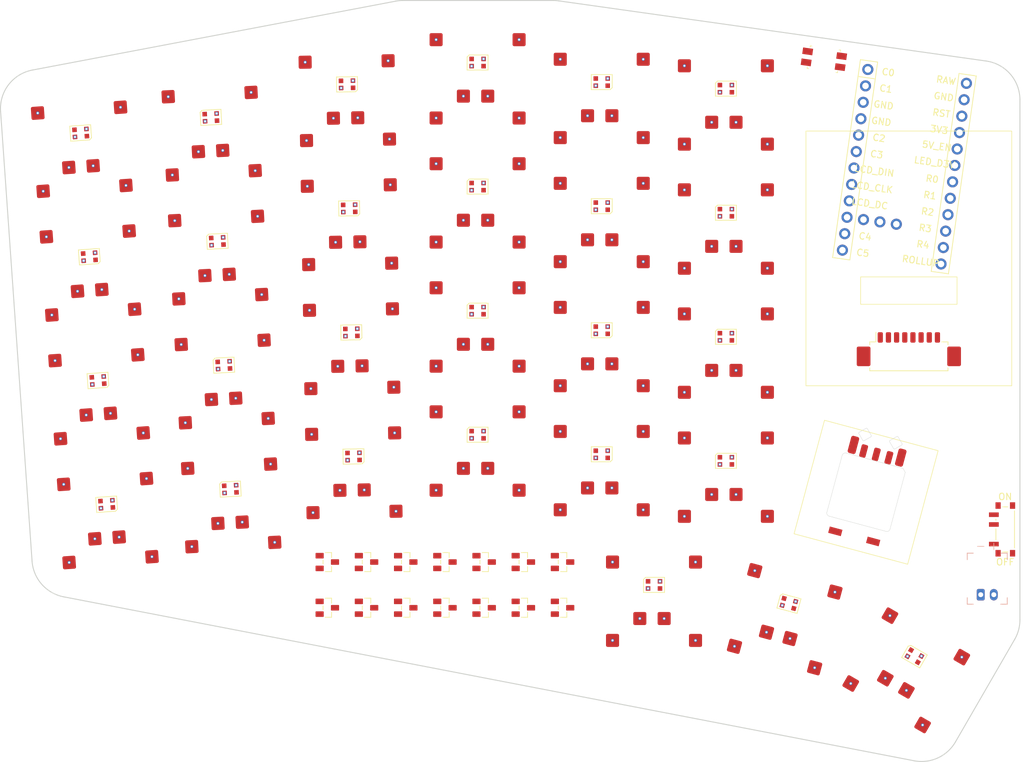
<source format=kicad_pcb>
(kicad_pcb (version 20240108) (generator "ergogen") (generator_version "4.1.0")
  (title_block (title "toomanykeys_left_unrouted") (date "2025-06-08") (rev "0.1") (company "huntercook"))
  (layers (0 "F.Cu" signal) (31 "B.Cu" signal) (34 "B.Paste" user) (35 "F.Paste" user) (36 "B.SilkS" user "B.Silkscreen") (37 "F.SilkS" user "F.Silkscreen") (38 "B.Mask" user) (39 "F.Mask" user) (44 "Edge.Cuts" user))
  (net 0 "")
  (net 1 "RAW")
  (net 2 "GND")
  (net 3 "RST")
  (net 4 "3V3")
  (net 5 "5V_EN")
  (net 6 "LED_D3V")
  (net 7 "R0")
  (net 8 "R1")
  (net 9 "R2")
  (net 10 "R3")
  (net 11 "R4")
  (net 12 "ROLLUP")
  (net 13 "C0")
  (net 14 "C1")
  (net 15 "C2")
  (net 16 "C3")
  (net 17 "LCD_DIN")
  (net 18 "LCD_CLK")
  (net 19 "LCD_DC")
  (net 20 "LCD_BL")
  (net 21 "C4")
  (net 22 "C5")
  (net 23 "LCD_CS")
  (net 24 "LCD_RST")
  (net 25 "ROLLDN")
  (net 26 "MCU1_24")
  (net 27 "MCU1_1")
  (net 28 "MCU1_23")
  (net 29 "MCU1_2")
  (net 30 "MCU1_22")
  (net 31 "MCU1_3")
  (net 32 "MCU1_21")
  (net 33 "MCU1_4")
  (net 34 "MCU1_20")
  (net 35 "MCU1_5")
  (net 36 "MCU1_19")
  (net 37 "MCU1_6")
  (net 38 "MCU1_18")
  (net 39 "MCU1_7")
  (net 40 "MCU1_17")
  (net 41 "MCU1_8")
  (net 42 "MCU1_16")
  (net 43 "MCU1_9")
  (net 44 "MCU1_15")
  (net 45 "MCU1_10")
  (net 46 "MCU1_14")
  (net 47 "MCU1_11")
  (net 48 "MCU1_13")
  (net 49 "MCU1_12")
  (net 50 "outer_bottom")
  (net 51 "outer_home")
  (net 52 "outer_top")
  (net 53 "outer_num")
  (net 54 "pinky_bottom")
  (net 55 "pinky_home")
  (net 56 "pinky_top")
  (net 57 "pinky_num")
  (net 58 "ring_bottom")
  (net 59 "ring_home")
  (net 60 "ring_top")
  (net 61 "ring_num")
  (net 62 "middle_bottom")
  (net 63 "middle_home")
  (net 64 "middle_top")
  (net 65 "middle_num")
  (net 66 "index_bottom")
  (net 67 "index_home")
  (net 68 "index_top")
  (net 69 "index_num")
  (net 70 "inner_bottom")
  (net 71 "inner_home")
  (net 72 "inner_top")
  (net 73 "inner_num")
  (net 74 "near_fan")
  (net 75 "mid_fan")
  (net 76 "far_fan")
  (net 77 "LED_27")
  (net 78 "LED_26")
  (net 79 "5V")
  (net 80 "LED_25")
  (net 81 "LED_24")
  (net 82 "LED_23")
  (net 83 "LED_19")
  (net 84 "LED_18")
  (net 85 "LED_17")
  (net 86 "LED_16")
  (net 87 "LED_15")
  (net 88 "LED_11")
  (net 89 "LED_10")
  (net 90 "LED_9")
  (net 91 "LED_8")
  (net 92 "LED_7")
  (net 93 "LED_20")
  (net 94 "LED_21")
  (net 95 "LED_22")
  (net 96 "LED_12")
  (net 97 "LED_13")
  (net 98 "LED_14")
  (net 99 "LED_4")
  (net 100 "LED_3")
  (net 101 "LED_5")
  (net 102 "LED_6")
  (net 103 "LED_2")
  (net 104 "LED_1")
  (net 105 "LED_D5V")
  (net 106 "roller")
  (net 107 "BAT_P")
  (net 108 "JST1_1")
  (net 109 "JST1_2")
  (footprint "ceoloide:mcu_nice_nano" (layer "F.Cu") (at 182.0933269 104.5570229 -8)
    (property "Reference" "MCU1" hide)
  )
  (footprint "PG1316S" (at 60 160 4) (layer "F.Cu")
    (property "Reference" "S1" hide)
  )
  (footprint "PG1316S" (at 58.674627 141.046283 4) (layer "F.Cu")
    (property "Reference" "S2" hide)
  )
  (footprint "PG1316S" (at 57.349254 122.09256599999999 4) (layer "F.Cu")
    (property "Reference" "S3" hide)
  )
  (footprint "PG1316S" (at 56.023881 103.138849 4) (layer "F.Cu")
    (property "Reference" "S4" hide)
  )
  (footprint "PG1316S" (at 78.8839605 157.6770629 3) (layer "F.Cu")
    (property "Reference" "S5" hide)
  )
  (footprint "PG1316S" (at 77.8895773 138.70310170000002 3) (layer "F.Cu")
    (property "Reference" "S6" hide)
  )
  (footprint "PG1316S" (at 76.8951941 119.72914050000001 3) (layer "F.Cu")
    (property "Reference" "S7" hide)
  )
  (footprint "PG1316S" (at 75.9008109 100.75517930000001 3) (layer "F.Cu")
    (property "Reference" "S8" hide)
  )
  (footprint "PG1316S" (at 97.6485778 152.6881616 1) (layer "F.Cu")
    (property "Reference" "S9" hide)
  )
  (footprint "PG1316S" (at 97.3169821 133.6910554 1) (layer "F.Cu")
    (property "Reference" "S10" hide)
  )
  (footprint "PG1316S" (at 96.98538640000001 114.6939492 1) (layer "F.Cu")
    (property "Reference" "S11" hide)
  )
  (footprint "PG1316S" (at 96.65379070000002 95.696843 1) (layer "F.Cu")
    (property "Reference" "S12" hide)
  )
  (footprint "PG1316S" (at 116.5933268 149.3570229 0) (layer "F.Cu")
    (property "Reference" "S13" hide)
  )
  (footprint "PG1316S" (at 116.5933268 130.3570229 0) (layer "F.Cu")
    (property "Reference" "S14" hide)
  )
  (footprint "PG1316S" (at 116.5933268 111.3570229 0) (layer "F.Cu")
    (property "Reference" "S15" hide)
  )
  (footprint "PG1316S" (at 116.5933268 92.3570229 0) (layer "F.Cu")
    (property "Reference" "S16" hide)
  )
  (footprint "PG1316S" (at 135.5933269 152.3570228 0) (layer "F.Cu")
    (property "Reference" "S17" hide)
  )
  (footprint "PG1316S" (at 135.5933269 133.3570228 0) (layer "F.Cu")
    (property "Reference" "S18" hide)
  )
  (footprint "PG1316S" (at 135.5933269 114.35702280000001 0) (layer "F.Cu")
    (property "Reference" "S19" hide)
  )
  (footprint "PG1316S" (at 135.5933269 95.35702280000001 0) (layer "F.Cu")
    (property "Reference" "S20" hide)
  )
  (footprint "PG1316S" (at 154.5933269 153.3570229 0) (layer "F.Cu")
    (property "Reference" "S21" hide)
  )
  (footprint "PG1316S" (at 154.5933269 134.3570229 0) (layer "F.Cu")
    (property "Reference" "S22" hide)
  )
  (footprint "PG1316S" (at 154.5933269 115.3570229 0) (layer "F.Cu")
    (property "Reference" "S23" hide)
  )
  (footprint "PG1316S" (at 154.5933269 96.3570229 0) (layer "F.Cu")
    (property "Reference" "S24" hide)
  )
  (footprint "PG1316S" (at 143.5933269 172.3570228 0) (layer "F.Cu")
    (property "Reference" "S25" hide)
  )
  (footprint "PG1316S" (at 163.5933269 175.1070228 -15) (layer "F.Cu")
    (property "Reference" "S26" hide)
  )
  (footprint "PG1316S" (at 182.2000911 182.9396997 -30) (layer "F.Cu")
    (property "Reference" "S27" hide)
  )
  (footprint "LED_WS2812B-2020_PLCC4_2.0x2.0mm" (at 59.8256088 157.5060899 184) (layer "F.Cu")
    (property "Reference" "LED1" hide)
  )
  (footprint "LED_WS2812B-2020_PLCC4_2.0x2.0mm" (at 58.5002358 138.5523729 184) (layer "F.Cu")
    (property "Reference" "LED2" hide)
  )
  (footprint "LED_WS2812B-2020_PLCC4_2.0x2.0mm" (at 57.1748628 119.5986559 184) (layer "F.Cu")
    (property "Reference" "LED3" hide)
  )
  (footprint "LED_WS2812B-2020_PLCC4_2.0x2.0mm" (at 55.8494898 100.6449389 184) (layer "F.Cu")
    (property "Reference" "LED4" hide)
  )
  (footprint "LED_WS2812B-2020_PLCC4_2.0x2.0mm" (at 97.6049468 150.1885424 181) (layer "F.Cu")
    (property "Reference" "LED5" hide)
  )
  (footprint "LED_WS2812B-2020_PLCC4_2.0x2.0mm" (at 97.2733511 131.1914362 181) (layer "F.Cu")
    (property "Reference" "LED6" hide)
  )
  (footprint "LED_WS2812B-2020_PLCC4_2.0x2.0mm" (at 96.9417554 112.19433000000001 181) (layer "F.Cu")
    (property "Reference" "LED7" hide)
  )
  (footprint "LED_WS2812B-2020_PLCC4_2.0x2.0mm" (at 96.61015970000001 93.1972238 181) (layer "F.Cu")
    (property "Reference" "LED8" hide)
  )
  (footprint "LED_WS2812B-2020_PLCC4_2.0x2.0mm" (at 135.5933269 149.8570228 180) (layer "F.Cu")
    (property "Reference" "LED9" hide)
  )
  (footprint "LED_WS2812B-2020_PLCC4_2.0x2.0mm" (at 135.5933269 130.8570228 180) (layer "F.Cu")
    (property "Reference" "LED10" hide)
  )
  (footprint "LED_WS2812B-2020_PLCC4_2.0x2.0mm" (at 135.5933269 111.85702280000001 180) (layer "F.Cu")
    (property "Reference" "LED11" hide)
  )
  (footprint "LED_WS2812B-2020_PLCC4_2.0x2.0mm" (at 135.5933269 92.85702280000001 180) (layer "F.Cu")
    (property "Reference" "LED12" hide)
  )
  (footprint "LED_WS2812B-2020_PLCC4_2.0x2.0mm" (at 78.7531206 155.18048910000002 3) (layer "F.Cu")
    (property "Reference" "LED13" hide)
  )
  (footprint "LED_WS2812B-2020_PLCC4_2.0x2.0mm" (at 77.7587374 136.20652790000003 3) (layer "F.Cu")
    (property "Reference" "LED14" hide)
  )
  (footprint "LED_WS2812B-2020_PLCC4_2.0x2.0mm" (at 76.7643542 117.2325667 3) (layer "F.Cu")
    (property "Reference" "LED15" hide)
  )
  (footprint "LED_WS2812B-2020_PLCC4_2.0x2.0mm" (at 75.769971 98.25860550000002 3) (layer "F.Cu")
    (property "Reference" "LED16" hide)
  )
  (footprint "LED_WS2812B-2020_PLCC4_2.0x2.0mm" (at 116.5933268 146.8570229 0) (layer "F.Cu")
    (property "Reference" "LED17" hide)
  )
  (footprint "LED_WS2812B-2020_PLCC4_2.0x2.0mm" (at 116.5933268 127.8570229 0) (layer "F.Cu")
    (property "Reference" "LED18" hide)
  )
  (footprint "LED_WS2812B-2020_PLCC4_2.0x2.0mm" (at 116.5933268 108.8570229 0) (layer "F.Cu")
    (property "Reference" "LED19" hide)
  )
  (footprint "LED_WS2812B-2020_PLCC4_2.0x2.0mm" (at 116.5933268 89.8570229 0) (layer "F.Cu")
    (property "Reference" "LED20" hide)
  )
  (footprint "LED_WS2812B-2020_PLCC4_2.0x2.0mm" (at 154.5933269 150.8570229 0) (layer "F.Cu")
    (property "Reference" "LED21" hide)
  )
  (footprint "LED_WS2812B-2020_PLCC4_2.0x2.0mm" (at 154.5933269 131.8570229 0) (layer "F.Cu")
    (property "Reference" "LED22" hide)
  )
  (footprint "LED_WS2812B-2020_PLCC4_2.0x2.0mm" (at 154.5933269 112.8570229 0) (layer "F.Cu")
    (property "Reference" "LED23" hide)
  )
  (footprint "LED_WS2812B-2020_PLCC4_2.0x2.0mm" (at 154.5933269 93.8570229 0) (layer "F.Cu")
    (property "Reference" "LED24" hide)
  )
  (footprint "LED_WS2812B-2020_PLCC4_2.0x2.0mm" (at 143.5933269 169.8570228 0) (layer "F.Cu")
    (property "Reference" "LED25" hide)
  )
  (footprint "LED_WS2812B-2020_PLCC4_2.0x2.0mm" (at 164.2403745 172.6922082 -15) (layer "F.Cu")
    (property "Reference" "LED26" hide)
  )
  (footprint "LED_WS2812B-2020_PLCC4_2.0x2.0mm" (at 183.4500911 180.7746362 -30) (layer "F.Cu")
    (property "Reference" "LED27" hide)
  )
  (footprint "CKW12" (at 176.0488267 155.6683879 75) (layer "F.Cu")
    (property "Reference" "RE1" hide)
    (fp_line (start -5 4.5) (end -5 -4.5) (stroke (width 0.05)) (layer "Edge.Cuts"))
    (fp_line (start -4.5 -5) (end 4.5 -5) (stroke (width 0.05)) (layer "Edge.Cuts"))
    (fp_line (start -4.5 5) (end 4.5 5) (stroke (width 0.05)) (layer "Edge.Cuts"))
    (fp_line (start 4.5 5) (end 5 4.5) (stroke (width 0.05)) (layer "Edge.Cuts"))
    (fp_line (start 5 -4.5) (end 5 4.5) (stroke (width 0.05)) (layer "Edge.Cuts"))
    (fp_line (start 7.545076 -2.333604) (end 8.393604 -1.485076) (stroke (width 0.05)) (layer "Edge.Cuts"))
    (fp_line (start 7.54934 2.541472) (end 8.397868 3.39) (stroke (width 0.05)) (layer "Edge.Cuts"))
    (fp_line (start 8.393604 -3.394264) (end 7.545076 -2.545736) (stroke (width 0.05)) (layer "Edge.Cuts"))
    (fp_line (start 8.397868 1.480812) (end 7.54934 2.32934) (stroke (width 0.05)) (layer "Edge.Cuts"))
    (fp_line (start 8.605736 -3.394264) (end 9.454264 -2.545736) (stroke (width 0.05)) (layer "Edge.Cuts"))
    (fp_line (start 8.605736 -1.485076) (end 9.454264 -2.333604) (stroke (width 0.05)) (layer "Edge.Cuts"))
    (fp_line (start 8.61 1.480812) (end 9.458528 2.32934) (stroke (width 0.05)) (layer "Edge.Cuts"))
    (fp_line (start 8.61 3.39) (end 9.458528 2.541472) (stroke (width 0.05)) (layer "Edge.Cuts"))
    (fp_arc (start -5 -4.5) (mid -4.853553 -4.853553) (end -4.5 -5) (stroke (width 0.05)) (layer "Edge.Cuts"))
    (fp_arc (start -4.5 5) (mid -4.853553 4.853553) (end -5 4.5) (stroke (width 0.05)) (layer "Edge.Cuts"))
    (fp_arc (start 4.5 -5) (mid 4.853553 -4.853553) (end 5 -4.5) (stroke (width 0.05)) (layer "Edge.Cuts"))
    (fp_arc (start 7.545076 -2.333604) (mid 7.501142 -2.43967) (end 7.545076 -2.545736) (stroke (width 0.05)) (layer "Edge.Cuts"))
    (fp_arc (start 7.54934 2.541472) (mid 7.505406 2.435406) (end 7.54934 2.32934) (stroke (width 0.05)) (layer "Edge.Cuts"))
    (fp_arc (start 8.393604 -3.394264) (mid 8.49967 -3.438198) (end 8.605736 -3.394264) (stroke (width 0.05)) (layer "Edge.Cuts"))
    (fp_arc (start 8.397868 1.480812) (mid 8.503934 1.436878) (end 8.61 1.480812) (stroke (width 0.05)) (layer "Edge.Cuts"))
    (fp_arc (start 8.605736 -1.485076) (mid 8.49967 -1.441142) (end 8.393604 -1.485076) (stroke (width 0.05)) (layer "Edge.Cuts"))
    (fp_arc (start 8.61 3.39) (mid 8.503934 3.433934) (end 8.397868 3.39) (stroke (width 0.05)) (layer "Edge.Cuts"))
    (fp_arc (start 9.454264 -2.545736) (mid 9.498198 -2.43967) (end 9.454264 -2.333604) (stroke (width 0.05)) (layer "Edge.Cuts"))
    (fp_arc (start 9.458528 2.32934) (mid 9.502462 2.435406) (end 9.458528 2.541472) (stroke (width 0.05)) (layer "Edge.Cuts"))
  )
  (footprint "BAV70 SOT23" (layer "F.Cu") (at 111.5933268 166.3570229 -90)
    (property "Reference" "D1" hide)
    (fp_text value "BAV70")
  )
  (footprint "BAV70 SOT23" (layer "F.Cu") (at 93.5933268 166.3570229 -90)
    (property "Reference" "D2" hide)
    (fp_text value "BAV70")
  )
  (footprint "BAV70 SOT23" (layer "F.Cu") (at 111.5933268 173.3570229 -90)
    (property "Reference" "D3" hide)
    (fp_text value "BAV70")
  )
  (footprint "BAV70 SOT23" (layer "F.Cu") (at 93.5933268 173.3570229 -90)
    (property "Reference" "D4" hide)
    (fp_text value "BAV70")
  )
  (footprint "BAV70 SOT23" (layer "F.Cu") (at 117.5933268 166.3570229 -90)
    (property "Reference" "D5" hide)
    (fp_text value "BAV70")
  )
  (footprint "BAV70 SOT23" (layer "F.Cu") (at 99.5933268 166.3570229 -90)
    (property "Reference" "D6" hide)
    (fp_text value "BAV70")
  )
  (footprint "BAV70 SOT23" (layer "F.Cu") (at 117.5933268 173.3570229 -90)
    (property "Reference" "D7" hide)
    (fp_text value "BAV70")
  )
  (footprint "BAV70 SOT23" (layer "F.Cu") (at 99.5933268 173.3570229 -90)
    (property "Reference" "D8" hide)
    (fp_text value "BAV70")
  )
  (footprint "BAV70 SOT23" (layer "F.Cu") (at 123.5933268 166.3570229 -90)
    (property "Reference" "D9" hide)
    (fp_text value "BAV70")
  )
  (footprint "BAV70 SOT23" (layer "F.Cu") (at 105.5933268 166.3570229 -90)
    (property "Reference" "D10" hide)
    (fp_text value "BAV70")
  )
  (footprint "BAV70 SOT23" (layer "F.Cu") (at 123.5933268 173.3570229 -90)
    (property "Reference" "D11" hide)
    (fp_text value "BAV70")
  )
  (footprint "BAV70 SOT23" (layer "F.Cu") (at 105.5933268 173.3570229 -90)
    (property "Reference" "D12" hide)
    (fp_text value "BAV70")
  )
  (footprint "BAV70 SOT23" (layer "F.Cu") (at 129.5933268 166.3570229 -90)
    (property "Reference" "D13" hide)
    (fp_text value "BAV70")
  )
  (footprint "BAV70 SOT23" (layer "F.Cu") (at 129.5933268 173.3570229 -90)
    (property "Reference" "D14" hide)
    (fp_text value "BAV70")
  )
  (footprint "ceoloide:power_switch_smd_side" (layer "F.Cu") (at 197.3383269 161.3570229 0)
    (property "Reference" "PWR1" hide)
  )
  (footprint "ceoloide:reset_switch_smd_side" (layer "F.Cu") (at 169.5933269 89.3570229 -8)
    (property "Reference" "RST1" hide)
  )
  (footprint "ceoloide:battery_connector_jst_ph_2" (layer "B.Cu") (at 194.5933269 171.3570229 180)
    (property "Reference" "JST1" hide)
  )
  (footprint "Molex_PicoBlade_53261-0871_1x08-1MP_P1.25mm_Horizontal" (at 182.5933269 134.3570229 0) (layer "F.Cu")
    (property "Reference" "CONN1" hide)
  )
  (footprint "LCD_1.69_Waveshare" (at 182.5933269 119.8570229 180) (layer "F.Cu")
    (property "Reference" "LCD1" hide)
  )
  (footprint "ceoloide:mounting_hole_npth" (layer "F.Cu") (at 65.1624438 90.47051569999999 4)
    (property "Reference" "MH1" hide)
  )
  (footprint "ceoloide:mounting_hole_npth" (layer "F.Cu") (at 67.6331095 172.2859079 3)
    (property "Reference" "MH2" hide)
  )
  (footprint "ceoloide:mounting_hole_npth" (layer "F.Cu") (at 103.5933268 83.3570229 0)
    (property "Reference" "MH3" hide)
  )
  (footprint "ceoloide:mounting_hole_npth" (layer "F.Cu") (at 129.5933268 83.3570229 0)
    (property "Reference" "MH4" hide)
  )
  (footprint "ceoloide:mounting_hole_npth" (layer "F.Cu") (at 128.5933269 182.3570228 0)
    (property "Reference" "MH5" hide)
  )
  (footprint "ceoloide:mounting_hole_npth" (layer "F.Cu") (at 176.2000911 193.3320045 -30)
    (property "Reference" "MH6" hide)
  )
  (footprint "ceoloide:mounting_hole_npth" (layer "F.Cu") (at 196.86034510000002 177.5473949 -30)
    (property "Reference" "MH7" hide)
  )
  (gr_line (start 198.78989847496373 178.19905087220747) (end 189.72884738230746 193.89831689955707) (layer Edge.Cuts) (stroke (width 0.15)))
  (gr_line (start 183.39582425596262 196.7904331773986) (end 53.25409818713453 171.68603677106714) (layer Edge.Cuts) (stroke (width 0.15)))
  (gr_line (start 48.4051654509732 166.2131856012594) (end 43.58798530951861 97.32429966433426) (layer Edge.Cuts) (stroke (width 0.15)))
  (gr_line (start 48.45466179706109 91.01097548618358) (end 104.03892050217102 80.46223770000002) (layer Edge.Cuts) (stroke (width 0.15)))
  (gr_line (start 105.15762830217103 80.3570229) (end 128.17286680058638 80.3570229) (layer Edge.Cuts) (stroke (width 0.15)))
  (gr_line (start 129.00967780253146 80.41566388618944) (end 194.4301379019451 89.62981318298834) (layer Edge.Cuts) (stroke (width 0.15)))
  (gr_line (start 199.5933269 95.5711721967989) (end 199.5933269 175.19977700209034) (layer Edge.Cuts) (stroke (width 0.15)))
  (gr_arc (start 183.39582420734376 196.79043312943995) (mid 187.02470980734375 196.35686052943996) (end 189.72884730734376 193.89831692943994) (layer Edge.Cuts) (stroke (width 0.15)))
  (gr_arc (start 48.405165438515674 166.21318562310844) (mid 49.89965213851568 169.77357092310842) (end 53.254098238515674 171.68603682310842) (layer Edge.Cuts) (stroke (width 0.15)))
  (gr_arc (start 48.454661797061085 91.0109754861835) (mid 44.82136509706109 93.2426399861835) (end 43.58798529706109 97.3242996861835) (layer Edge.Cuts) (stroke (width 0.15)))
  (gr_arc (start 105.15762830217103 80.3570229) (mid 104.59580600217103 80.3833845) (end 104.03892050217104 80.4622377) (layer Edge.Cuts) (stroke (width 0.15)))
  (gr_arc (start 129.0096778005864 80.4156639) (mid 128.59229840058637 80.37170110000001) (end 128.17286680058638 80.3570229) (layer Edge.Cuts) (stroke (width 0.15)))
  (gr_arc (start 199.5933269 95.5711721967989) (mid 198.1221715 91.6354934967989) (end 194.4301379 89.62981319679889) (layer Edge.Cuts) (stroke (width 0.15)))
  (gr_arc (start 198.7898985 178.19905090209033) (mid 199.38899039999998 176.75228640209033) (end 199.5933269 175.19977700209034) (layer Edge.Cuts) (stroke (width 0.15)))
)
</source>
